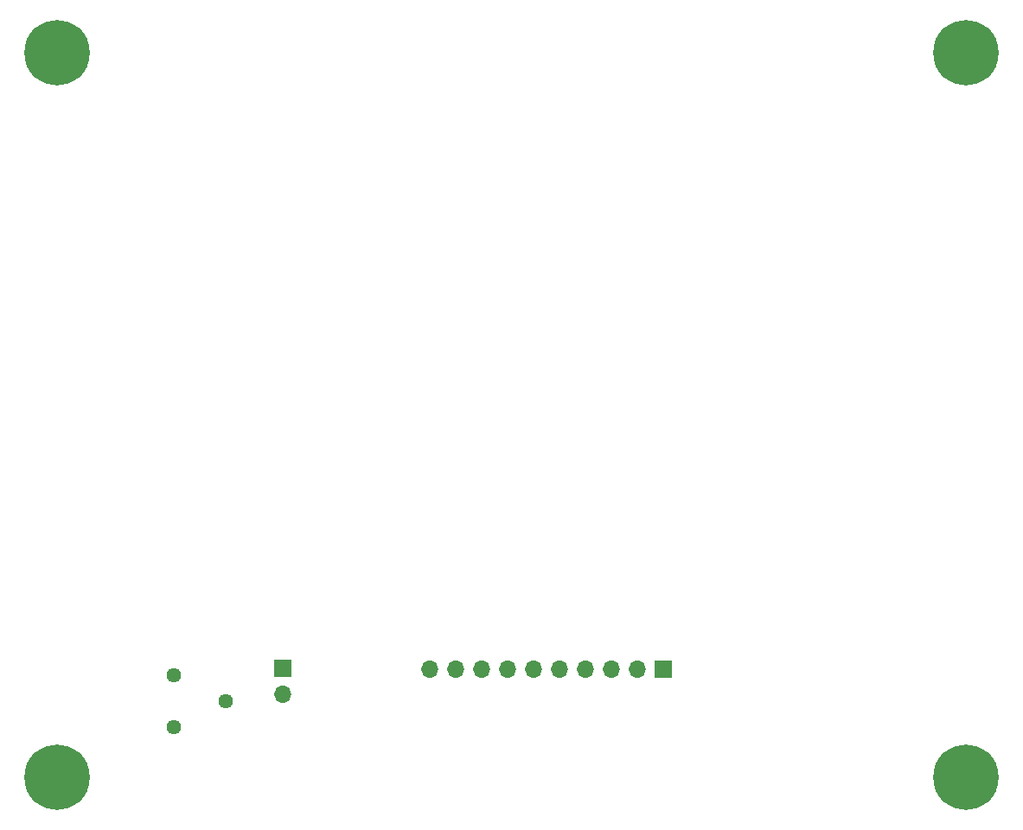
<source format=gbr>
%TF.GenerationSoftware,KiCad,Pcbnew,8.0.6*%
%TF.CreationDate,2024-11-26T09:23:39+00:00*%
%TF.ProjectId,stp16cp05_led_matrix_8x16_breakout_m0805,73747031-3663-4703-9035-5f6c65645f6d,v03*%
%TF.SameCoordinates,Original*%
%TF.FileFunction,Soldermask,Bot*%
%TF.FilePolarity,Negative*%
%FSLAX46Y46*%
G04 Gerber Fmt 4.6, Leading zero omitted, Abs format (unit mm)*
G04 Created by KiCad (PCBNEW 8.0.6) date 2024-11-26 09:23:39*
%MOMM*%
%LPD*%
G01*
G04 APERTURE LIST*
%ADD10C,6.400000*%
%ADD11R,1.700000X1.700000*%
%ADD12O,1.700000X1.700000*%
%ADD13C,1.440000*%
G04 APERTURE END LIST*
D10*
%TO.C,H2*%
X234000000Y-48000000D03*
%TD*%
%TO.C,H4*%
X234000000Y-119000000D03*
%TD*%
D11*
%TO.C,J1*%
X204320000Y-108400000D03*
D12*
X201780000Y-108400000D03*
X199240001Y-108400000D03*
X196700000Y-108400000D03*
X194160000Y-108400000D03*
X191620000Y-108400000D03*
X189080000Y-108400000D03*
X186539999Y-108400000D03*
X184000000Y-108400000D03*
X181460000Y-108400000D03*
%TD*%
D13*
%TO.C,RV1*%
X156420000Y-114040000D03*
X161500000Y-111500000D03*
X156420000Y-108960000D03*
%TD*%
D11*
%TO.C,JP1*%
X167100000Y-108300000D03*
D12*
X167100000Y-110840000D03*
%TD*%
D10*
%TO.C,H1*%
X145000000Y-48000000D03*
%TD*%
%TO.C,H3*%
X145000000Y-119000000D03*
%TD*%
M02*

</source>
